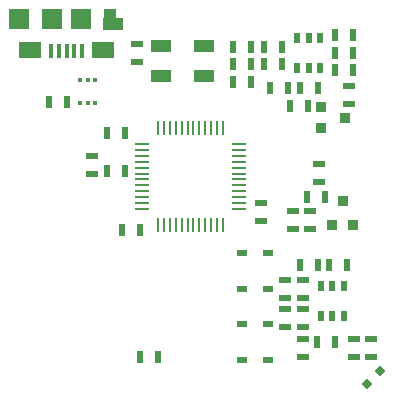
<source format=gbp>
%TF.GenerationSoftware,KiCad,Pcbnew,6.0.2-378541a8eb~116~ubuntu20.04.1*%
%TF.CreationDate,2022-03-13T20:33:59-06:00*%
%TF.ProjectId,Crazyflie contol board,4372617a-7966-46c6-9965-20636f6e746f,F*%
%TF.SameCoordinates,Original*%
%TF.FileFunction,Paste,Bot*%
%TF.FilePolarity,Positive*%
%FSLAX46Y46*%
G04 Gerber Fmt 4.6, Leading zero omitted, Abs format (unit mm)*
G04 Created by KiCad (PCBNEW 6.0.2-378541a8eb~116~ubuntu20.04.1) date 2022-03-13 20:33:59*
%MOMM*%
%LPD*%
G01*
G04 APERTURE LIST*
G04 Aperture macros list*
%AMRotRect*
0 Rectangle, with rotation*
0 The origin of the aperture is its center*
0 $1 length*
0 $2 width*
0 $3 Rotation angle, in degrees counterclockwise*
0 Add horizontal line*
21,1,$1,$2,0,0,$3*%
G04 Aperture macros list end*
%ADD10R,1.762964X0.994868*%
%ADD11R,0.612038X0.899770*%
%ADD12R,0.899770X0.514502*%
%ADD13R,0.548640X1.036320*%
%ADD14R,1.036320X0.548640*%
%ADD15R,0.226772X1.187500*%
%ADD16R,1.187500X0.226772*%
%ADD17R,0.321868X0.426720*%
%ADD18R,1.955596X1.475232*%
%ADD19R,1.089964X1.762964*%
%ADD20R,1.667866X0.994868*%
%ADD21R,1.762964X1.762964*%
%ADD22R,1.667866X1.762964*%
%ADD23R,0.321868X1.282598*%
%ADD24R,0.816864X0.816864*%
%ADD25RotRect,0.704698X0.704698X225.000000*%
G04 APERTURE END LIST*
D10*
%TO.C,X1*%
X137497820Y-88452960D03*
X141099540Y-88452960D03*
X141099540Y-90952320D03*
X137497820Y-90952320D03*
%TD*%
D11*
%TO.C,U7*%
X150947120Y-90271600D03*
X149994620Y-90271600D03*
X149042120Y-90271600D03*
X149042120Y-87731600D03*
X149994620Y-87731600D03*
X150947120Y-87731600D03*
%TD*%
%TO.C,U9*%
X151046180Y-108734860D03*
X151998680Y-108734860D03*
X152951180Y-108734860D03*
X152951180Y-111274860D03*
X151998680Y-111274860D03*
X151046180Y-111274860D03*
%TD*%
D12*
%TO.C,D1*%
X146598640Y-106004360D03*
X144399000Y-106004360D03*
%TD*%
%TO.C,D2*%
X146598640Y-109004100D03*
X144399000Y-109004100D03*
%TD*%
%TO.C,D3*%
X146598640Y-112003840D03*
X144399000Y-112003840D03*
%TD*%
%TO.C,D4*%
X146598640Y-115003580D03*
X144399000Y-115003580D03*
%TD*%
D13*
%TO.C,C29*%
X153761440Y-89001600D03*
X152237440Y-89001600D03*
%TD*%
%TO.C,C30*%
X152237440Y-87503000D03*
X153761440Y-87503000D03*
%TD*%
%TO.C,C31*%
X150756620Y-92001340D03*
X149232620Y-92001340D03*
%TD*%
%TO.C,C32*%
X147761960Y-90002360D03*
X146237960Y-90002360D03*
%TD*%
%TO.C,C35*%
X150738840Y-113502440D03*
X152262840Y-113502440D03*
%TD*%
%TO.C,C36*%
X128038860Y-93202760D03*
X129562860Y-93202760D03*
%TD*%
D14*
%TO.C,C37*%
X149499320Y-113243360D03*
X149499320Y-114767360D03*
%TD*%
D13*
%TO.C,C38*%
X153261060Y-107005120D03*
X151737060Y-107005120D03*
%TD*%
D14*
%TO.C,C39*%
X150898860Y-99961700D03*
X150898860Y-98437700D03*
%TD*%
%TO.C,C40*%
X153830020Y-113240820D03*
X153830020Y-114764820D03*
%TD*%
%TO.C,C41*%
X148699220Y-102440740D03*
X148699220Y-103964740D03*
%TD*%
%TO.C,C1*%
X131699000Y-99265740D03*
X131699000Y-97741740D03*
%TD*%
%TO.C,C2*%
X135498840Y-88242140D03*
X135498840Y-89766140D03*
%TD*%
D13*
%TO.C,C3*%
X143637000Y-88506300D03*
X145161000Y-88506300D03*
%TD*%
D14*
%TO.C,C4*%
X145999200Y-103266240D03*
X145999200Y-101742240D03*
%TD*%
D13*
%TO.C,C5*%
X135760460Y-104002840D03*
X134236460Y-104002840D03*
%TD*%
%TO.C,C6*%
X134462520Y-95803720D03*
X132938520Y-95803720D03*
%TD*%
%TO.C,C7*%
X143637000Y-91506040D03*
X145161000Y-91506040D03*
%TD*%
%TO.C,C8*%
X143637000Y-90004900D03*
X145161000Y-90004900D03*
%TD*%
%TO.C,C14*%
X137261600Y-114802920D03*
X135737600Y-114802920D03*
%TD*%
%TO.C,R19*%
X146738340Y-92003880D03*
X148262340Y-92003880D03*
%TD*%
%TO.C,R18*%
X146237960Y-88503760D03*
X147761960Y-88503760D03*
%TD*%
%TO.C,R17*%
X149961600Y-93502480D03*
X148437600Y-93502480D03*
%TD*%
%TO.C,R16*%
X152237440Y-90502740D03*
X153761440Y-90502740D03*
%TD*%
D14*
%TO.C,R20*%
X149499320Y-110744000D03*
X149499320Y-112268000D03*
%TD*%
%TO.C,R21*%
X148000720Y-108242100D03*
X148000720Y-109766100D03*
%TD*%
%TO.C,R23*%
X149499320Y-109766100D03*
X149499320Y-108242100D03*
%TD*%
%TO.C,R28*%
X147998180Y-112268000D03*
X147998180Y-110744000D03*
%TD*%
D13*
%TO.C,R7*%
X134462520Y-99004120D03*
X132938520Y-99004120D03*
%TD*%
%TO.C,R29*%
X149237700Y-107005120D03*
X150761700Y-107005120D03*
%TD*%
%TO.C,R30*%
X151361140Y-101201220D03*
X149837140Y-101201220D03*
%TD*%
D15*
%TO.C,U1*%
X137248900Y-95402400D03*
X137749280Y-95402400D03*
X138249660Y-95402400D03*
X138750040Y-95402400D03*
X139250420Y-95402400D03*
X139750800Y-95402400D03*
X140248640Y-95402400D03*
X140749020Y-95402400D03*
X141249400Y-95402400D03*
X141749780Y-95402400D03*
X142250160Y-95402400D03*
X142750540Y-95402400D03*
D16*
X144099280Y-96751140D03*
X144099280Y-97251520D03*
X144099280Y-97751900D03*
X144099280Y-98252280D03*
X144099280Y-98752660D03*
X144099280Y-99253040D03*
X144099280Y-99750880D03*
X144099280Y-100251260D03*
X144099280Y-100751640D03*
X144099280Y-101252020D03*
X144099280Y-101752400D03*
X144099280Y-102252780D03*
D15*
X142750540Y-103601520D03*
X142250160Y-103601520D03*
X141749780Y-103601520D03*
X141249400Y-103601520D03*
X140749020Y-103601520D03*
X140248640Y-103601520D03*
X139750800Y-103601520D03*
X139250420Y-103601520D03*
X138750040Y-103601520D03*
X138249660Y-103601520D03*
X137749280Y-103601520D03*
X137248900Y-103601520D03*
D16*
X135900160Y-102252780D03*
X135900160Y-101752400D03*
X135900160Y-101252020D03*
X135900160Y-100751640D03*
X135900160Y-100251260D03*
X135900160Y-99750880D03*
X135900160Y-99253040D03*
X135900160Y-98752660D03*
X135900160Y-98252280D03*
X135900160Y-97751900D03*
X135900160Y-97251520D03*
X135900160Y-96751140D03*
%TD*%
D14*
%TO.C,R32*%
X150098760Y-103964740D03*
X150098760Y-102440740D03*
%TD*%
D17*
%TO.C,U6*%
X131950460Y-93253560D03*
X131300220Y-93253560D03*
X130649980Y-93253560D03*
X130649980Y-91353640D03*
X131300220Y-91353640D03*
X131950460Y-91353640D03*
%TD*%
D18*
%TO.C,P7*%
X132598160Y-88752680D03*
D19*
X133149340Y-86202520D03*
D20*
X133449060Y-86601300D03*
D18*
X126400560Y-88752680D03*
D21*
X130698240Y-86202520D03*
D22*
X125498860Y-86202520D03*
D21*
X128300480Y-86202520D03*
D23*
X128198880Y-88902540D03*
X128849120Y-88902540D03*
X129499360Y-88902540D03*
X130149600Y-88902540D03*
X130799840Y-88902540D03*
%TD*%
D14*
%TO.C,R33*%
X153400760Y-91841320D03*
X153400760Y-93365320D03*
%TD*%
D24*
%TO.C,Q5*%
X152900380Y-101587300D03*
X153789380Y-103619300D03*
X152011380Y-103619300D03*
%TD*%
%TO.C,Q6*%
X153116280Y-94503240D03*
X151084280Y-95392240D03*
X151084280Y-93614240D03*
%TD*%
D25*
%TO.C,D8*%
X156028635Y-115972345D03*
X154968965Y-117032015D03*
%TD*%
D14*
%TO.C,R38*%
X155300680Y-114764820D03*
X155300680Y-113240820D03*
%TD*%
M02*

</source>
